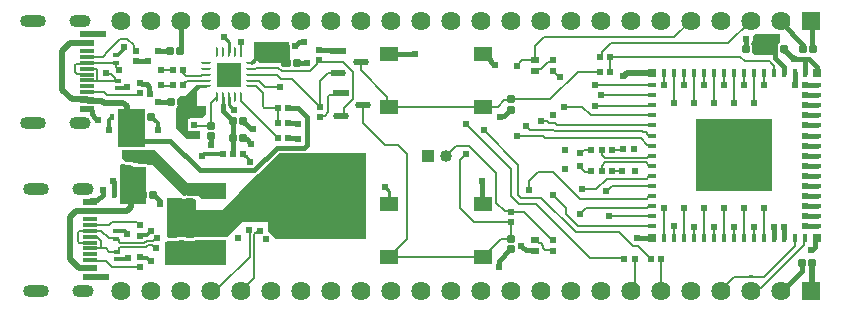
<source format=gtl>
G04*
G04 #@! TF.GenerationSoftware,Altium Limited,Altium Designer,25.8.1 (18)*
G04*
G04 Layer_Physical_Order=1*
G04 Layer_Color=255*
%FSLAX25Y25*%
%MOIN*%
G70*
G04*
G04 #@! TF.SameCoordinates,45636B8A-3915-4F7A-89EB-9D21C2A6E2F9*
G04*
G04*
G04 #@! TF.FilePolarity,Positive*
G04*
G01*
G75*
%ADD11C,0.00600*%
%ADD16R,0.00955X0.03306*%
G04:AMPARAMS|DCode=17|XSize=33.06mil|YSize=9.55mil|CornerRadius=4.77mil|HoleSize=0mil|Usage=FLASHONLY|Rotation=270.000|XOffset=0mil|YOffset=0mil|HoleType=Round|Shape=RoundedRectangle|*
%AMROUNDEDRECTD17*
21,1,0.03306,0.00000,0,0,270.0*
21,1,0.02351,0.00955,0,0,270.0*
1,1,0.00955,0.00000,-0.01176*
1,1,0.00955,0.00000,0.01176*
1,1,0.00955,0.00000,0.01176*
1,1,0.00955,0.00000,-0.01176*
%
%ADD17ROUNDEDRECTD17*%
G04:AMPARAMS|DCode=18|XSize=9.55mil|YSize=33.06mil|CornerRadius=4.77mil|HoleSize=0mil|Usage=FLASHONLY|Rotation=270.000|XOffset=0mil|YOffset=0mil|HoleType=Round|Shape=RoundedRectangle|*
%AMROUNDEDRECTD18*
21,1,0.00955,0.02351,0,0,270.0*
21,1,0.00000,0.03306,0,0,270.0*
1,1,0.00955,-0.01176,0.00000*
1,1,0.00955,-0.01176,0.00000*
1,1,0.00955,0.01176,0.00000*
1,1,0.00955,0.01176,0.00000*
%
%ADD18ROUNDEDRECTD18*%
%ADD19R,0.02362X0.02126*%
%ADD20R,0.06102X0.05118*%
G04:AMPARAMS|DCode=21|XSize=35.43mil|YSize=68.9mil|CornerRadius=1.95mil|HoleSize=0mil|Usage=FLASHONLY|Rotation=90.000|XOffset=0mil|YOffset=0mil|HoleType=Round|Shape=RoundedRectangle|*
%AMROUNDEDRECTD21*
21,1,0.03543,0.06500,0,0,90.0*
21,1,0.03154,0.06890,0,0,90.0*
1,1,0.00390,0.03250,0.01577*
1,1,0.00390,0.03250,-0.01577*
1,1,0.00390,-0.03250,-0.01577*
1,1,0.00390,-0.03250,0.01577*
%
%ADD21ROUNDEDRECTD21*%
G04:AMPARAMS|DCode=22|XSize=125.98mil|YSize=68.9mil|CornerRadius=2.07mil|HoleSize=0mil|Usage=FLASHONLY|Rotation=90.000|XOffset=0mil|YOffset=0mil|HoleType=Round|Shape=RoundedRectangle|*
%AMROUNDEDRECTD22*
21,1,0.12598,0.06476,0,0,90.0*
21,1,0.12185,0.06890,0,0,90.0*
1,1,0.00413,0.03238,0.06093*
1,1,0.00413,0.03238,-0.06093*
1,1,0.00413,-0.03238,-0.06093*
1,1,0.00413,-0.03238,0.06093*
%
%ADD22ROUNDEDRECTD22*%
%ADD23R,0.02362X0.01378*%
%ADD24R,0.02126X0.02362*%
%ADD25R,0.01378X0.02362*%
G04:AMPARAMS|DCode=26|XSize=23.62mil|YSize=26.38mil|CornerRadius=2.95mil|HoleSize=0mil|Usage=FLASHONLY|Rotation=180.000|XOffset=0mil|YOffset=0mil|HoleType=Round|Shape=RoundedRectangle|*
%AMROUNDEDRECTD26*
21,1,0.02362,0.02047,0,0,180.0*
21,1,0.01772,0.02638,0,0,180.0*
1,1,0.00591,-0.00886,0.01024*
1,1,0.00591,0.00886,0.01024*
1,1,0.00591,0.00886,-0.01024*
1,1,0.00591,-0.00886,-0.01024*
%
%ADD26ROUNDEDRECTD26*%
G04:AMPARAMS|DCode=27|XSize=53.43mil|YSize=22.53mil|CornerRadius=11.26mil|HoleSize=0mil|Usage=FLASHONLY|Rotation=0.000|XOffset=0mil|YOffset=0mil|HoleType=Round|Shape=RoundedRectangle|*
%AMROUNDEDRECTD27*
21,1,0.05343,0.00000,0,0,0.0*
21,1,0.03091,0.02253,0,0,0.0*
1,1,0.02253,0.01545,0.00000*
1,1,0.02253,-0.01545,0.00000*
1,1,0.02253,-0.01545,0.00000*
1,1,0.02253,0.01545,0.00000*
%
%ADD27ROUNDEDRECTD27*%
%ADD28R,0.05343X0.02253*%
G04:AMPARAMS|DCode=29|XSize=23.62mil|YSize=26.38mil|CornerRadius=2.95mil|HoleSize=0mil|Usage=FLASHONLY|Rotation=90.000|XOffset=0mil|YOffset=0mil|HoleType=Round|Shape=RoundedRectangle|*
%AMROUNDEDRECTD29*
21,1,0.02362,0.02047,0,0,90.0*
21,1,0.01772,0.02638,0,0,90.0*
1,1,0.00591,0.01024,0.00886*
1,1,0.00591,0.01024,-0.00886*
1,1,0.00591,-0.01024,-0.00886*
1,1,0.00591,-0.01024,0.00886*
%
%ADD29ROUNDEDRECTD29*%
%ADD30R,0.04528X0.02362*%
%ADD31R,0.04528X0.01181*%
%ADD32R,0.02756X0.02362*%
%ADD33R,0.01575X0.03150*%
%ADD34R,0.03150X0.01575*%
%ADD35R,0.03150X0.03150*%
%ADD36R,0.04724X0.04724*%
%ADD37R,0.08071X0.08071*%
G04:AMPARAMS|DCode=53|XSize=39.37mil|YSize=86.61mil|CornerRadius=19.68mil|HoleSize=0mil|Usage=FLASHONLY|Rotation=270.000|XOffset=0mil|YOffset=0mil|HoleType=Round|Shape=RoundedRectangle|*
%AMROUNDEDRECTD53*
21,1,0.03937,0.04724,0,0,270.0*
21,1,0.00000,0.08661,0,0,270.0*
1,1,0.03937,-0.02362,0.00000*
1,1,0.03937,-0.02362,0.00000*
1,1,0.03937,0.02362,0.00000*
1,1,0.03937,0.02362,0.00000*
%
%ADD53ROUNDEDRECTD53*%
G04:AMPARAMS|DCode=54|XSize=39.37mil|YSize=70.87mil|CornerRadius=19.68mil|HoleSize=0mil|Usage=FLASHONLY|Rotation=270.000|XOffset=0mil|YOffset=0mil|HoleType=Round|Shape=RoundedRectangle|*
%AMROUNDEDRECTD54*
21,1,0.03937,0.03150,0,0,270.0*
21,1,0.00000,0.07087,0,0,270.0*
1,1,0.03937,-0.01575,0.00000*
1,1,0.03937,-0.01575,0.00000*
1,1,0.03937,0.01575,0.00000*
1,1,0.03937,0.01575,0.00000*
%
%ADD54ROUNDEDRECTD54*%
%ADD58C,0.01000*%
%ADD59R,0.01575X0.01575*%
%ADD60C,0.01200*%
%ADD61C,0.01001*%
%ADD62C,0.00603*%
%ADD63C,0.01500*%
%ADD64C,0.02000*%
%ADD65C,0.01001*%
%ADD66R,0.04000X0.04000*%
%ADD67C,0.04000*%
%ADD68R,0.04000X0.04000*%
%ADD69C,0.06400*%
%ADD70R,0.06400X0.06400*%
%ADD71C,0.02400*%
G36*
X254900Y87758D02*
X254829Y87744D01*
X254401Y87458D01*
X254115Y87029D01*
X254014Y86524D01*
Y84476D01*
X253251Y83600D01*
X246249D01*
X245486Y84476D01*
Y86524D01*
X245386Y87029D01*
X245174Y87345D01*
Y87563D01*
X245365Y87754D01*
X245700Y88562D01*
Y89438D01*
X246384Y90400D01*
X254900D01*
Y87758D01*
D02*
G37*
G36*
X91138Y84319D02*
X91500D01*
Y79507D01*
X89199D01*
X88500Y80206D01*
Y81000D01*
X81500D01*
X79500Y83000D01*
Y88000D01*
X91138D01*
Y84319D01*
D02*
G37*
G36*
X60500Y72586D02*
Y66500D01*
X63471D01*
Y63971D01*
X62000Y62500D01*
X58000D01*
Y62264D01*
X57319D01*
Y58138D01*
X61500D01*
Y55500D01*
X57000D01*
X53500Y59000D01*
Y65976D01*
X53599Y66043D01*
X53886Y66471D01*
X53986Y66976D01*
Y69024D01*
X54648Y69952D01*
X54734Y70000D01*
X56500D01*
X59500Y73000D01*
X60500Y72586D01*
D02*
G37*
G36*
X43000Y53020D02*
X35500D01*
X35401Y53000D01*
X34000D01*
Y65500D01*
X43000D01*
Y53020D01*
D02*
G37*
G36*
X252000Y38200D02*
X226800D01*
Y62300D01*
X252000D01*
Y38200D01*
D02*
G37*
G36*
X57500Y41000D02*
X70000D01*
Y35500D01*
X62000D01*
X61000Y36500D01*
X59776D01*
X59529Y36665D01*
X59024Y36766D01*
X56976D01*
X56471Y36665D01*
X56224Y36500D01*
X56000D01*
X45500Y47000D01*
X39359Y47384D01*
X39342Y47401D01*
X38658Y47796D01*
X37895Y48000D01*
X37105D01*
X36905Y47946D01*
X35500Y49000D01*
Y52000D01*
X46500D01*
X57500Y41000D01*
D02*
G37*
G36*
X36257Y47158D02*
X36293Y47131D01*
X36349Y47104D01*
X36395Y47063D01*
X36527Y47019D01*
X36652Y46959D01*
X36713Y46955D01*
X36772Y46935D01*
X36910Y46945D01*
X37049Y46937D01*
X37107Y46957D01*
X37169Y46962D01*
X37239Y46980D01*
X37473D01*
X38106Y46888D01*
X38264Y46845D01*
X38832Y46518D01*
X38856Y46509D01*
X38911Y46468D01*
X38942Y46460D01*
X38969Y46442D01*
X39133Y46409D01*
X39295Y46366D01*
X43459Y46106D01*
X43500Y46100D01*
Y34000D01*
X34600D01*
Y40821D01*
X34700Y41062D01*
Y41938D01*
X34600Y42179D01*
Y47018D01*
X34978Y47345D01*
X36257Y47158D01*
D02*
G37*
G36*
X116800Y22100D02*
X86900D01*
X84000Y25000D01*
Y28000D01*
X75500D01*
X70450Y22950D01*
X70100Y23020D01*
X60024D01*
X59925Y23000D01*
X59825D01*
X59732Y22962D01*
X59634Y22942D01*
X59550Y22886D01*
X59457Y22848D01*
X59386Y22777D01*
X59303Y22721D01*
X59265Y22664D01*
X59131Y22575D01*
X58923Y22534D01*
X57077D01*
X56869Y22575D01*
X56735Y22664D01*
X56697Y22721D01*
X56614Y22777D01*
X56543Y22848D01*
X56450Y22886D01*
X56366Y22942D01*
X56268Y22962D01*
X56175Y23000D01*
X56075D01*
X55976Y23020D01*
X54524D01*
X54425Y23000D01*
X54325D01*
X54232Y22962D01*
X54134Y22942D01*
X54050Y22886D01*
X53957Y22848D01*
X53886Y22777D01*
X53803Y22721D01*
X53765Y22664D01*
X53631Y22575D01*
X53423Y22534D01*
X51577D01*
X51302Y22588D01*
X51252Y22619D01*
X51173Y22631D01*
X51099Y22662D01*
X51000D01*
X50933Y22669D01*
X50859Y22681D01*
X50597Y22934D01*
X50552Y23002D01*
X50500Y23120D01*
Y35800D01*
X55258D01*
X55279Y35779D01*
X55610Y35558D01*
X56000Y35480D01*
X56224D01*
X56322Y35500D01*
X56423D01*
X56516Y35538D01*
X56614Y35558D01*
X56698Y35614D01*
X56791Y35652D01*
X56869Y35705D01*
X57077Y35746D01*
X58923D01*
X59131Y35705D01*
X59210Y35652D01*
X59302Y35614D01*
X59386Y35558D01*
X59484Y35538D01*
X59577Y35500D01*
X59635D01*
X60000Y35033D01*
Y32000D01*
X69127D01*
X80056Y43376D01*
X80183Y43402D01*
X80762Y43788D01*
X82637Y45663D01*
X86387Y49413D01*
X87739Y50766D01*
X96171D01*
X96854Y50902D01*
X97001Y51000D01*
X116800D01*
Y22100D01*
D02*
G37*
G36*
X70100Y13441D02*
X70000Y13400D01*
X49900D01*
Y21200D01*
X50900Y21662D01*
X50971Y21614D01*
X51476Y21514D01*
X53524D01*
X54029Y21614D01*
X54457Y21901D01*
X54524Y22000D01*
X55976D01*
X56042Y21901D01*
X56471Y21614D01*
X56976Y21514D01*
X59024D01*
X59529Y21614D01*
X59957Y21901D01*
X60024Y22000D01*
X70100D01*
Y13441D01*
D02*
G37*
D11*
X173000Y81870D02*
Y86500D01*
X176000Y89500D02*
X219500D01*
X173000Y86500D02*
X176000Y89500D01*
X164657Y31544D02*
X165000Y31201D01*
X162978Y31544D02*
X164657D01*
X160201Y34320D02*
X162978Y31544D01*
X101000Y81799D02*
X101563Y81236D01*
X100319D02*
X100882Y81799D01*
X101000D01*
X100319Y80501D02*
Y81236D01*
X97999Y78181D02*
X100319Y80501D01*
X101563Y81236D02*
X109043D01*
X40233Y70100D02*
X40369Y70236D01*
X40937D02*
X41500Y70799D01*
X30500Y70100D02*
X40233D01*
X40369Y70236D02*
X40937D01*
X29398Y71102D02*
X30400Y70100D01*
X30500D01*
X78232Y54268D02*
X78500Y54000D01*
X86736Y56681D02*
X87299Y56118D01*
Y56000D02*
Y56118D01*
X86735Y56681D02*
X86736D01*
X74960Y68306D02*
X75035Y68230D01*
X75186D02*
X86735Y56681D01*
X75035Y68230D02*
X75186D01*
X179118Y78299D02*
X179681Y77736D01*
X179000Y78299D02*
X179118D01*
X180831Y76468D02*
X181232D01*
X179681Y77618D02*
Y77736D01*
Y77618D02*
X180831Y76468D01*
X181232D02*
X181500Y76200D01*
X107829Y70312D02*
X108258Y70740D01*
X104767Y70312D02*
X107829D01*
X104181Y64517D02*
Y69726D01*
X104767Y70312D01*
X109369Y63838D02*
Y65886D01*
X112429Y68946D01*
X108791Y63260D02*
X109369Y63838D01*
X108258Y63260D02*
X108791D01*
X173500Y34000D02*
X191517Y15983D01*
X165400Y36172D02*
Y36200D01*
X165100Y36500D02*
X165400Y36200D01*
Y36172D02*
X167572Y34000D01*
X173500D01*
X165100Y36500D02*
Y45400D01*
X150000Y60500D02*
X165100Y45400D01*
X167400Y37000D02*
Y46918D01*
X155909Y58409D02*
X167400Y46918D01*
X168400Y36000D02*
X175172D01*
X167400Y37000D02*
X168400Y36000D01*
X177182Y61500D02*
X177882Y60800D01*
X179710D02*
X180471Y60039D01*
X177882Y60800D02*
X179710D01*
X188900Y66100D02*
X191614Y63386D01*
X182900Y66100D02*
X188900D01*
X211934Y70089D02*
X211945Y70079D01*
X195000Y70100D02*
X195011Y70089D01*
X211934D01*
X175000Y61500D02*
X177182D01*
X180471Y60039D02*
X211945D01*
X191614Y63386D02*
X211945D01*
X179183Y58498D02*
X179642Y58039D01*
X210098Y57752D02*
X210870Y56980D01*
X179642Y58039D02*
X208943D01*
X209231Y57752D01*
X210098D01*
X171502Y58498D02*
X179183D01*
X211658Y56980D02*
X211945Y56693D01*
X210870Y56980D02*
X211658D01*
X170000Y60000D02*
X171502Y58498D01*
X103027Y63362D02*
X104181Y64517D01*
X101500Y62799D02*
X102063Y63362D01*
X103027D01*
X83379Y86500D02*
X83500D01*
X81945Y85066D02*
X83379Y86500D01*
X81566Y85066D02*
X81945D01*
X83500Y86500D02*
X90280D01*
X146700Y53200D02*
X151118D01*
X160201Y34320D02*
Y44118D01*
X143500Y50000D02*
X146700Y53200D01*
X151118D02*
X160201Y44118D01*
X178882Y21701D02*
X179000D01*
X169382Y31201D02*
X178882Y21701D01*
X165000Y31201D02*
X169382D01*
X178835Y18464D02*
X179000Y18299D01*
X173000Y21870D02*
X173197D01*
X174256Y20811D01*
X176464Y18464D02*
X178835D01*
X174256Y20811D02*
X174999D01*
X175878Y19932D01*
Y19050D02*
X176464Y18464D01*
X175878Y19050D02*
Y19932D01*
X74960Y84564D02*
Y87000D01*
Y87960D01*
X74937Y84541D02*
X74960Y84564D01*
Y87960D02*
X75000Y88000D01*
X78541Y73063D02*
X80236D01*
X82302Y73698D02*
X83000Y73000D01*
X80968Y75032D02*
X82302Y73698D01*
X78541Y75032D02*
X80968D01*
X78541Y78969D02*
X79672D01*
X80063Y79360D01*
X82302Y66586D02*
X82888Y66000D01*
X82302Y66586D02*
Y70997D01*
X80236Y73063D02*
X82302Y70997D01*
X65000Y67396D02*
X67063Y69459D01*
X175673Y56498D02*
X176420Y55752D01*
X166998Y56498D02*
X175673D01*
X176420Y55752D02*
X208402D01*
X210520Y53634D02*
X211658D01*
X211945Y53347D01*
X208402Y55752D02*
X210520Y53634D01*
X202416Y15983D02*
X202899Y15500D01*
X191517Y15983D02*
X202416D01*
X23764Y71102D02*
X29398D01*
X30819Y84842D02*
Y84869D01*
X31698Y85748D02*
X31725D01*
X28981Y83004D02*
X30819Y84842D01*
X31725Y85748D02*
X34882Y88905D01*
X23854Y83004D02*
X28981D01*
X30819Y84869D02*
X31698Y85748D01*
X34882Y88905D02*
X37118D01*
X39319Y85563D02*
Y86704D01*
X37118Y88905D02*
X39319Y86704D01*
X39882Y85000D02*
X40000D01*
X39319Y85563D02*
X39882Y85000D01*
X23764Y82913D02*
X23854Y83004D01*
X171000Y41500D02*
X174000Y44500D01*
X171000Y38700D02*
Y41500D01*
X179000Y37000D02*
X183346Y32653D01*
Y30654D02*
X187425Y26575D01*
X183346Y30654D02*
Y32653D01*
X198839Y39961D02*
X211945D01*
X197134Y38255D02*
X198839Y39961D01*
X196755Y38255D02*
X197134D01*
X193409Y38728D02*
X196930Y42248D01*
X188591Y38728D02*
X193409D01*
X31500Y13500D02*
X32201Y12799D01*
X41500D01*
X190121Y32621D02*
X210511D01*
X211157Y33268D01*
X187945Y35555D02*
X210284D01*
X179000Y44500D02*
X187945Y35555D01*
X210870Y36141D02*
Y36327D01*
X210284Y35555D02*
X210870Y36141D01*
X196930Y42248D02*
X210284D01*
X210870Y42834D01*
Y43020D01*
X211157Y43307D01*
X211945D01*
X211157Y36614D02*
X211945D01*
X210870Y36327D02*
X211157Y36614D01*
X188000Y30500D02*
X190121Y32621D01*
X211157Y33268D02*
X211945D01*
X29979Y15021D02*
X31500Y13500D01*
X27008Y15021D02*
X29979D01*
X24764Y15118D02*
X24854Y15028D01*
X27002D01*
X27008Y15021D01*
X41382Y26701D02*
X41500D01*
X40819Y27264D02*
X41382Y26701D01*
X40819Y27264D02*
Y27382D01*
X40201Y28000D02*
X40819Y27382D01*
X32000Y28000D02*
X40201D01*
X30929Y26929D02*
X32000Y28000D01*
X24764Y26929D02*
X30929D01*
X148000Y48500D02*
X150000Y50500D01*
X148000Y32500D02*
Y48500D01*
Y32500D02*
X152701Y27799D01*
X165000D01*
X123000Y53500D02*
X127500D01*
X130500Y50500D01*
X126902Y18693D02*
X130500Y22291D01*
Y50500D01*
X165000Y22220D02*
Y27799D01*
X161728Y22220D02*
X165000D01*
X158201Y18693D02*
X161728Y22220D01*
X158201Y18201D02*
Y18693D01*
X156142Y16142D02*
X158201Y18201D01*
X155650Y16142D02*
X156142D01*
X124350D02*
X155650D01*
X124350D02*
X124843D01*
X126902Y18201D01*
Y18693D01*
X115742Y60758D02*
X123000Y53500D01*
X115742Y60758D02*
Y67000D01*
X187500Y78000D02*
X194799D01*
X178220Y68721D02*
X187500Y78000D01*
X165000Y68721D02*
X178220D01*
X155650Y66142D02*
X160642D01*
X162886Y68386D01*
X164666D01*
X165000Y68721D01*
X124350Y66142D02*
X155650D01*
X123885Y66607D02*
X124350Y66142D01*
X123885Y66607D02*
Y69615D01*
X114985Y78515D02*
X123885Y69615D01*
X114985Y78515D02*
Y81260D01*
X104020Y77520D02*
X107500D01*
X101500Y75000D02*
X104020Y77520D01*
X101500Y66201D02*
Y75000D01*
X83000Y73000D02*
X88000D01*
X101382Y66201D02*
X101500D01*
X100819Y66764D02*
X101382Y66201D01*
X100819Y66764D02*
Y66882D01*
X92001Y75700D02*
X100819Y66882D01*
X88303Y75700D02*
X92001D01*
X87003Y77000D02*
X88303Y75700D01*
X78541Y77000D02*
X87003D01*
X87471Y79360D02*
X88650Y78181D01*
X97999D01*
X80063Y79360D02*
X87471D01*
X82888Y66000D02*
X87299D01*
Y61000D02*
Y66118D01*
X109043Y81236D02*
X112429Y77850D01*
Y68946D02*
Y77850D01*
X252702Y77746D02*
X252890Y77559D01*
X251831Y80727D02*
X252702Y79855D01*
X251831Y80727D02*
Y80792D01*
X252702Y77746D02*
Y79855D01*
X251245Y81378D02*
X251831Y80792D01*
X242954Y81378D02*
X251245D01*
X241331Y83000D02*
X242954Y81378D01*
X198201Y83000D02*
X241331D01*
X198201Y78000D02*
Y83000D01*
X237500Y87500D02*
X245000Y95000D01*
X198335Y87500D02*
X237500D01*
X195638Y84802D02*
X198335Y87500D01*
X195362Y83563D02*
Y84527D01*
X195638Y84802D01*
Y84802D01*
X194799Y83000D02*
X195362Y83563D01*
X59500Y60201D02*
X59760Y59941D01*
X65000D01*
Y67396D01*
X215000Y5000D02*
X215001Y5001D01*
Y15500D01*
X205000Y5000D02*
Y6461D01*
X206301Y7762D01*
Y15500D01*
X201107Y24575D02*
X205882Y19800D01*
X207299D02*
X211599Y15500D01*
X205882Y19800D02*
X207299D01*
X186597Y24575D02*
X201107D01*
X175172Y36000D02*
X186597Y24575D01*
X193000Y73500D02*
X211870D01*
X211945Y73425D01*
X211713Y66500D02*
X211945Y66732D01*
X193000Y66500D02*
X211713D01*
X219500Y89500D02*
X225000Y95000D01*
X175146Y78811D02*
X177473Y81138D01*
X178437D01*
X179000Y81701D01*
X173681Y78811D02*
X175146D01*
X173000Y78130D02*
X173681Y78811D01*
X167000Y80000D02*
X168870Y81870D01*
X173000D01*
X174000Y44500D02*
X179000D01*
X187425Y26575D02*
X211945D01*
X197579Y29921D02*
X211945D01*
X219425Y22441D02*
Y26346D01*
Y26425D02*
X219500Y26500D01*
X239892Y9515D02*
X244816Y9696D01*
X239500Y9500D02*
X239892Y9515D01*
X239222Y9222D02*
X239500Y9500D01*
X235000Y5000D02*
X239222Y9222D01*
X245293Y9691D02*
X246158Y9637D01*
X246637D02*
X246646Y9646D01*
X249317D02*
X259583Y19911D01*
X246646Y9646D02*
X249317D01*
X246158Y9637D02*
X246637D01*
X259583Y19911D02*
Y22441D01*
X248533Y6033D02*
X262642Y20142D01*
X245000Y5000D02*
X246033Y6033D01*
X248533D01*
X262642Y20142D02*
Y22153D01*
X262929Y22441D01*
X246197Y67504D02*
Y77559D01*
X216079Y73650D02*
Y77559D01*
Y22441D02*
Y32496D01*
X246197Y22441D02*
Y26350D01*
X249543Y22441D02*
Y32496D01*
X239504Y22441D02*
Y26350D01*
X242850Y22441D02*
Y32496D01*
X232811Y22441D02*
Y26350D01*
X236157Y22441D02*
Y32496D01*
X226118Y22441D02*
Y26350D01*
X229465Y22441D02*
Y32496D01*
X222772Y22441D02*
Y32496D01*
Y73650D02*
Y77559D01*
X219425Y67504D02*
Y77559D01*
X229465Y73650D02*
Y77559D01*
X226118Y67504D02*
Y77559D01*
X236157Y73650D02*
Y77559D01*
X232811Y67504D02*
Y77559D01*
X239500Y67500D02*
X239504Y67504D01*
Y77559D01*
X242850Y73650D02*
Y77559D01*
X249500Y73500D02*
Y77516D01*
X249543Y77559D01*
D16*
X74937Y84541D02*
D03*
D17*
X72969D02*
D03*
X69032D02*
D03*
X67063D02*
D03*
X69032Y69459D02*
D03*
X72969D02*
D03*
X74937D02*
D03*
X67063D02*
D03*
X71000D02*
D03*
Y84541D02*
D03*
D18*
X63459Y80937D02*
D03*
Y78969D02*
D03*
Y73063D02*
D03*
X78541D02*
D03*
Y75032D02*
D03*
Y77000D02*
D03*
Y78969D02*
D03*
Y80937D02*
D03*
X63459Y77000D02*
D03*
Y75032D02*
D03*
D19*
X179000Y81701D02*
D03*
Y78299D02*
D03*
X41500Y23299D02*
D03*
Y26701D02*
D03*
X40000Y85000D02*
D03*
Y81598D02*
D03*
X101500Y62799D02*
D03*
Y66201D02*
D03*
X179000Y18299D02*
D03*
Y21701D02*
D03*
X165000Y27799D02*
D03*
Y31201D02*
D03*
X101000Y81799D02*
D03*
Y85201D02*
D03*
X41500Y12799D02*
D03*
Y16201D02*
D03*
Y70799D02*
D03*
Y74201D02*
D03*
X59500Y56799D02*
D03*
Y60201D02*
D03*
D20*
X124350Y66142D02*
D03*
X155650D02*
D03*
Y83858D02*
D03*
X124350D02*
D03*
Y16142D02*
D03*
X155650D02*
D03*
Y33858D02*
D03*
X124350D02*
D03*
D21*
X65697Y38055D02*
D03*
Y19800D02*
D03*
Y29000D02*
D03*
D22*
X90303D02*
D03*
D23*
X33700Y15441D02*
D03*
Y18000D02*
D03*
X34000Y75000D02*
D03*
Y72441D02*
D03*
X33500Y24759D02*
D03*
Y22200D02*
D03*
Y81000D02*
D03*
Y83559D02*
D03*
D24*
X90701Y66000D02*
D03*
X87299D02*
D03*
Y61000D02*
D03*
X90701D02*
D03*
X198201Y83000D02*
D03*
X194799D02*
D03*
X195299Y44800D02*
D03*
X198701D02*
D03*
X52299Y78500D02*
D03*
X55701D02*
D03*
X195301Y44800D02*
D03*
X191899D02*
D03*
X195301Y52000D02*
D03*
X191899D02*
D03*
X87299Y56000D02*
D03*
X90701D02*
D03*
X52299Y73500D02*
D03*
X55701D02*
D03*
X211599Y15500D02*
D03*
X215001D02*
D03*
X72501Y50500D02*
D03*
X69099D02*
D03*
X195299Y52000D02*
D03*
X198701D02*
D03*
X198201Y78000D02*
D03*
X194799D02*
D03*
X89799Y86500D02*
D03*
X93201D02*
D03*
X202899Y15500D02*
D03*
X206301D02*
D03*
X72500Y50500D02*
D03*
X75902D02*
D03*
D25*
X32721Y37000D02*
D03*
X35280D02*
D03*
X34780Y63000D02*
D03*
X32221D02*
D03*
D26*
X72280Y61500D02*
D03*
X75721D02*
D03*
X45720Y37000D02*
D03*
X42279D02*
D03*
X72280Y56000D02*
D03*
X75721D02*
D03*
X55221Y68000D02*
D03*
X51780D02*
D03*
X41780Y63000D02*
D03*
X45221D02*
D03*
X54720Y85000D02*
D03*
X51279D02*
D03*
X90280Y81000D02*
D03*
X93721D02*
D03*
X252780Y85500D02*
D03*
X246721D02*
D03*
X262280D02*
D03*
X265500Y14200D02*
D03*
X265721Y85500D02*
D03*
X256221D02*
D03*
X243280D02*
D03*
X262059Y14200D02*
D03*
D27*
X115742Y67000D02*
D03*
X108258Y63260D02*
D03*
X114985Y81260D02*
D03*
X107500Y77520D02*
D03*
D28*
X108258Y70740D02*
D03*
X107500Y85000D02*
D03*
D29*
X58000Y38000D02*
D03*
Y34559D02*
D03*
X165000Y22220D02*
D03*
Y18779D02*
D03*
X52500Y20279D02*
D03*
Y23720D02*
D03*
X65000Y59941D02*
D03*
Y56500D02*
D03*
X58000Y20279D02*
D03*
Y23720D02*
D03*
X165000Y68721D02*
D03*
Y65280D02*
D03*
D30*
X23764Y87441D02*
D03*
Y68543D02*
D03*
Y65394D02*
D03*
Y90591D02*
D03*
X24764Y34606D02*
D03*
Y9409D02*
D03*
Y31457D02*
D03*
Y12559D02*
D03*
D31*
X23764Y71102D02*
D03*
Y73071D02*
D03*
Y82913D02*
D03*
Y84882D02*
D03*
Y78976D02*
D03*
Y75039D02*
D03*
Y80945D02*
D03*
Y77008D02*
D03*
X24764Y15118D02*
D03*
Y26929D02*
D03*
Y24961D02*
D03*
Y21024D02*
D03*
Y22992D02*
D03*
Y19055D02*
D03*
Y17087D02*
D03*
Y28898D02*
D03*
D32*
X173000Y21870D02*
D03*
Y18130D02*
D03*
Y81870D02*
D03*
Y78130D02*
D03*
D33*
X256236Y77559D02*
D03*
X252890D02*
D03*
X249543D02*
D03*
X246197D02*
D03*
X242850D02*
D03*
X239504D02*
D03*
X236157D02*
D03*
X232811D02*
D03*
X229465D02*
D03*
X226118D02*
D03*
X222772D02*
D03*
X219425D02*
D03*
X216079D02*
D03*
Y22441D02*
D03*
X219425D02*
D03*
X222772D02*
D03*
X226118D02*
D03*
X229465D02*
D03*
X232811D02*
D03*
X236157D02*
D03*
X239504D02*
D03*
X242850D02*
D03*
X246197D02*
D03*
X249543D02*
D03*
X259583D02*
D03*
X262929D02*
D03*
X252890D02*
D03*
X256236D02*
D03*
X259583Y77559D02*
D03*
X262929D02*
D03*
D34*
X211945Y73425D02*
D03*
Y70079D02*
D03*
Y66732D02*
D03*
Y63386D02*
D03*
Y60039D02*
D03*
Y56693D02*
D03*
Y53347D02*
D03*
Y50000D02*
D03*
Y46654D02*
D03*
Y43307D02*
D03*
Y39961D02*
D03*
Y36614D02*
D03*
Y33268D02*
D03*
Y29921D02*
D03*
Y26575D02*
D03*
X267063Y29921D02*
D03*
Y26575D02*
D03*
Y33268D02*
D03*
Y39961D02*
D03*
Y36614D02*
D03*
Y43307D02*
D03*
Y50000D02*
D03*
Y46654D02*
D03*
Y53347D02*
D03*
Y60039D02*
D03*
Y56693D02*
D03*
Y63386D02*
D03*
Y70079D02*
D03*
Y66732D02*
D03*
Y73425D02*
D03*
D35*
X211945Y22441D02*
D03*
X267063D02*
D03*
X211945Y77559D02*
D03*
X267063D02*
D03*
D36*
X233008Y43504D02*
D03*
X239504Y50000D02*
D03*
X233008D02*
D03*
X239504Y43504D02*
D03*
X246000D02*
D03*
Y50000D02*
D03*
X239504Y56496D02*
D03*
X233008D02*
D03*
D37*
X71000Y77000D02*
D03*
D53*
X5752Y60984D02*
D03*
Y95000D02*
D03*
X6752Y5000D02*
D03*
Y39016D02*
D03*
D54*
X21500Y60984D02*
D03*
Y95000D02*
D03*
X22500Y5000D02*
D03*
Y39016D02*
D03*
D58*
X245293Y9691D02*
G03*
X244816Y9696I-293J-4691D01*
G01*
D59*
X246000Y56496D02*
D03*
D60*
X68729Y50500D02*
X69099D01*
X62325Y50000D02*
X62732Y50407D01*
X62000Y50000D02*
X62325D01*
X68636Y50407D02*
X68729Y50500D01*
X62732Y50407D02*
X68636D01*
X42073Y16016D02*
Y16326D01*
Y16016D02*
X42081Y16008D01*
X43697D01*
X44705Y15000D01*
X36405Y72530D02*
X36675Y72800D01*
X34089Y72530D02*
X36405D01*
X34000Y72441D02*
X34089Y72530D01*
X36675Y72800D02*
X37000D01*
X31000Y61716D02*
X31703Y62419D01*
X32221Y62508D02*
Y63000D01*
X31000Y58583D02*
Y61716D01*
X32131Y62419D02*
X32221Y62508D01*
X31703Y62419D02*
X32131D01*
X45221Y62862D02*
X47270Y60812D01*
Y58730D02*
Y60812D01*
X45221Y62862D02*
Y63000D01*
X41780D02*
X42000D01*
X37500D02*
X41780D01*
X37500Y45000D02*
X42279Y40220D01*
Y37000D02*
Y40220D01*
X65472Y38028D02*
X65500Y38000D01*
X58028Y38028D02*
X65472D01*
X58000Y38000D02*
X58028Y38028D01*
X57862Y38000D02*
X58000D01*
X45862Y50000D02*
X57862Y38000D01*
X37500Y50000D02*
X45862D01*
X47270Y58730D02*
X47500Y58500D01*
X34780Y63000D02*
X37500D01*
X33511Y83559D02*
X33992D01*
X35770Y85337D01*
Y85975D02*
X36000Y86204D01*
X35770Y85337D02*
Y85975D01*
X43902Y81598D02*
X44100Y81400D01*
X44705Y15000D02*
X45000D01*
X43594Y23594D02*
X45000Y25000D01*
X41795Y23594D02*
X43594D01*
X41500Y23299D02*
X41795Y23594D01*
X33700Y15441D02*
X36616D01*
X37175Y16000D02*
X37500D01*
X36616Y15441D02*
X37175Y16000D01*
X36241Y24759D02*
X37000Y24000D01*
X33500Y24759D02*
X36241D01*
X38780Y37000D02*
X42279D01*
X35280D02*
X38780D01*
D61*
X76582Y49819D02*
X77732Y48669D01*
X75902Y50382D02*
Y50500D01*
Y50382D02*
X76464Y49819D01*
X76582D01*
X77732Y48268D02*
Y48669D01*
Y48268D02*
X78000Y48000D01*
X78732Y59268D02*
X78828Y59172D01*
X60500Y72939D02*
X60624Y73063D01*
X63459D01*
X80052Y82448D02*
X82302D01*
X78541Y80937D02*
X80052Y82448D01*
X71000Y67000D02*
X72732Y65268D01*
X69000Y67000D02*
X69032Y67032D01*
X71000Y67000D02*
Y69459D01*
X69032Y67032D02*
Y69459D01*
X78828Y59172D02*
X79000Y59000D01*
D62*
X34733Y20901D02*
X42904D01*
X45719Y21601D02*
X46596Y22479D01*
X43485Y19499D02*
X44185Y20199D01*
X34733Y19499D02*
X43485D01*
X46247Y19300D02*
X46600D01*
X42904Y20901D02*
X43604Y21601D01*
X46596Y22479D02*
X46970D01*
X44185Y20199D02*
X45348D01*
X43604Y21601D02*
X45719D01*
X45348Y20199D02*
X46247Y19300D01*
X30500Y77340D02*
X31661D01*
X30344D02*
X30500D01*
X30000Y77683D02*
X30344Y77340D01*
X31661D02*
X33120Y75880D01*
X27000Y75000D02*
X30500D01*
X33508D01*
X34000D01*
X55701Y73500D02*
Y73618D01*
X57232Y75032D02*
X63459D01*
X55701Y73618D02*
X56462Y74380D01*
X56580D01*
X57232Y75032D01*
X51299Y73500D02*
X52299D01*
X55701Y77500D02*
Y78500D01*
Y77500D02*
X56766Y76434D01*
X48500Y78500D02*
X52299D01*
X48844Y73156D02*
X50282D01*
X50332Y73107D02*
X50906D01*
X51299Y73500D01*
X50282Y73156D02*
X50332Y73107D01*
X48500Y73500D02*
X48844Y73156D01*
X33120Y75388D02*
Y75880D01*
Y75388D02*
X33508Y75000D01*
X77957Y16245D02*
Y23715D01*
X67822Y6109D02*
X77957Y16245D01*
X65000Y5000D02*
X66109Y6109D01*
X67822D01*
X79361Y9360D02*
Y23706D01*
X75000Y5000D02*
X79361Y9360D01*
X77700Y25300D02*
X77922Y25078D01*
X80311Y24656D02*
X81056D01*
X77922Y23751D02*
Y25078D01*
X79361Y23706D02*
X80311Y24656D01*
X77922Y23751D02*
X77957Y23715D01*
X202000Y52000D02*
X202300Y52300D01*
X198701Y52000D02*
X202000D01*
X195432Y50268D02*
Y51867D01*
X195299Y52000D02*
X195432Y51867D01*
Y50268D02*
X196500Y49200D01*
X188252Y51000D02*
X189252Y52000D01*
X191899D01*
X188000Y51000D02*
X188252D01*
X33300Y22400D02*
X33500Y22200D01*
X31100Y22400D02*
X33300D01*
X33992Y22200D02*
X34380Y21813D01*
X33500Y22200D02*
X33992D01*
X21361Y24961D02*
X24764D01*
X20800Y24400D02*
X21361Y24961D01*
X28539D02*
X31100Y22400D01*
X24764Y24961D02*
X28539D01*
X34380Y21255D02*
Y21813D01*
Y21255D02*
X34733Y20901D01*
X20800Y21453D02*
Y24400D01*
X21230Y21024D02*
X24764D01*
X20800Y21453D02*
X21230Y21024D01*
X196500Y49200D02*
X210357D01*
X20009Y80656D02*
X23475D01*
X19656Y80303D02*
X20009Y80656D01*
X20315Y77297D02*
X23475D01*
X19656Y77956D02*
X20315Y77297D01*
X19656Y77956D02*
Y80303D01*
X23475Y77297D02*
X23764Y77008D01*
X23475Y80656D02*
X23764Y80945D01*
X56766Y76434D02*
X61754D01*
X62319Y77000D02*
X63459D01*
X61754Y76434D02*
X62319Y77000D01*
X23764Y78976D02*
X26647D01*
X27000Y78623D01*
Y75000D02*
Y78623D01*
X23803Y75000D02*
X27000D01*
X33500Y79683D02*
Y81000D01*
Y79683D02*
X34500Y78683D01*
X23791Y80972D02*
X33472D01*
X33500Y81000D01*
X23764Y80945D02*
X23791Y80972D01*
X188000Y46352D02*
Y46506D01*
Y46352D02*
X189752Y44600D01*
X192099D01*
X28300Y19055D02*
Y21617D01*
X27214Y22703D02*
X28300Y21617D01*
X25053Y22703D02*
X27214D01*
X24764Y22992D02*
X25053Y22703D01*
X28300Y19055D02*
X29945D01*
X31100Y17900D02*
X33892D01*
X29945Y19055D02*
X31100Y17900D01*
X24764Y19055D02*
X28300D01*
X81056Y24656D02*
X81400Y25000D01*
X33892Y17900D02*
X34380Y18387D01*
Y19145D02*
X34733Y19499D01*
X34380Y18387D02*
Y19145D01*
X198701Y44800D02*
X202100D01*
X195299Y46682D02*
X196414Y47797D01*
X195299Y44800D02*
Y46682D01*
X196414Y47797D02*
X210014D01*
X210357Y49200D02*
X211157Y50000D01*
X210014Y47797D02*
X211157Y46654D01*
X211945D01*
X211157Y50000D02*
X211945D01*
D63*
X43621Y73896D02*
X44499Y73017D01*
Y71227D02*
X44881Y70846D01*
Y70602D02*
Y70846D01*
X44499Y71227D02*
Y73017D01*
X78048Y59172D02*
X78828D01*
X72280Y56000D02*
Y61500D01*
Y56000D02*
X72500Y55779D01*
Y50500D02*
Y55779D01*
X75721Y55862D02*
X76152Y55431D01*
X77069D02*
X78232Y54268D01*
X76152Y55431D02*
X77069D01*
X75721Y55862D02*
Y56000D01*
X76152Y60931D02*
X76289D01*
X75721Y61362D02*
X76152Y60931D01*
X76289D02*
X78048Y59172D01*
X75721Y61362D02*
Y61500D01*
X79500Y45050D02*
X87000Y52550D01*
X93201Y86618D02*
X94411Y87828D01*
X95828D01*
X96000Y88000D01*
X87000Y52550D02*
X96171D01*
X97050Y53429D02*
Y62950D01*
X96171Y52550D02*
X97050Y53429D01*
X94000Y66000D02*
X97050Y62950D01*
X61450Y45050D02*
X79500D01*
X55000Y85280D02*
Y95000D01*
X54720Y85000D02*
X55000Y85280D01*
X56130Y68569D02*
X60500Y72939D01*
X55652Y68569D02*
X56130D01*
X55221Y68138D02*
X55652Y68569D01*
X57379Y57104D02*
X59195D01*
X56500Y57983D02*
X57379Y57104D01*
X56500Y57983D02*
Y65000D01*
X60500D01*
X62000D01*
X55221Y67862D02*
Y68138D01*
X90280Y81569D02*
Y86500D01*
X93201D02*
Y86618D01*
X247587Y86504D02*
Y88913D01*
X246721Y85638D02*
X247587Y86504D01*
X246721Y85500D02*
Y85638D01*
X247500Y89000D02*
X247587Y88913D01*
X255000Y94500D02*
Y95000D01*
Y94500D02*
X262500Y87000D01*
X262280Y85500D02*
X262500Y85720D01*
Y87000D01*
X252780Y85500D02*
X253211Y85069D01*
X253100Y88857D02*
Y89100D01*
X252780Y88536D02*
X253100Y88857D01*
X252780Y85500D02*
Y88536D01*
X253211Y82594D02*
Y85069D01*
Y82594D02*
X256199Y79606D01*
Y77596D02*
X256236Y77559D01*
X256199Y77596D02*
Y79606D01*
X56500Y65000D02*
Y66583D01*
X55221Y67862D02*
X56500Y66583D01*
X59195Y57104D02*
X59500Y56799D01*
X89711Y81569D02*
X89848D01*
X88832Y82448D02*
X89711Y81569D01*
X82302Y82448D02*
X88832D01*
X89848Y81569D02*
X90280Y81138D01*
Y81000D02*
Y81138D01*
X101000Y85201D02*
X107299D01*
X262059Y11559D02*
Y14279D01*
X255500Y5000D02*
X262059Y11559D01*
X255000Y5000D02*
X255500D01*
X161672Y63172D02*
X162755D01*
X161500Y63000D02*
X161672Y63172D01*
X162755D02*
X164862Y65280D01*
X37500Y55000D02*
X51500D01*
X61450Y45050D01*
X25278Y63770D02*
X26875Y62172D01*
X25278Y63770D02*
Y64963D01*
X26875Y62172D02*
X27328D01*
X23764Y65394D02*
X24847D01*
X25278Y64963D01*
X27328Y62172D02*
X27500Y62000D01*
X41469Y74350D02*
X41923Y73896D01*
X43621D01*
X40000Y81598D02*
X43902D01*
X155500Y34008D02*
X155650Y33858D01*
X155500Y34008D02*
Y41500D01*
X69000Y64780D02*
X71711Y62069D01*
X69000Y64780D02*
Y67000D01*
X71711Y62069D02*
X71848D01*
X72280Y61500D02*
Y61638D01*
X71848Y62069D02*
X72280Y61638D01*
X32500Y41500D02*
X32721Y41280D01*
Y37000D02*
Y41280D01*
X29000Y37000D02*
Y38500D01*
X27037Y35037D02*
X29000Y37000D01*
X25195Y35037D02*
X27037D01*
X24764Y34606D02*
X25195Y35037D01*
X48000Y34000D02*
Y34721D01*
X46289Y36431D02*
X48000Y34721D01*
X46152Y36431D02*
X46289D01*
X45720Y36862D02*
X46152Y36431D01*
X45720Y36862D02*
Y37000D01*
X265385Y85835D02*
Y94615D01*
Y85835D02*
X265721Y85500D01*
X265000Y95000D02*
X265385Y94615D01*
X263000Y82083D02*
X264417D01*
X267000Y77622D02*
X267063Y77559D01*
X264417Y82083D02*
X267000Y79500D01*
Y77622D02*
Y79500D01*
X259500Y82083D02*
X263000D01*
X262929Y82012D02*
X263000Y82083D01*
X262929Y77559D02*
Y82012D01*
X263189Y70064D02*
X267098D01*
X263154Y60039D02*
X267063D01*
X263154Y56693D02*
X267063D01*
X263154Y53347D02*
X267063D01*
X263154Y66732D02*
X267063D01*
X263154Y73425D02*
X267063D01*
X263154Y63386D02*
X267063D01*
X243390Y88890D02*
X243500Y89000D01*
X243390Y85610D02*
Y88890D01*
X243280Y85500D02*
X243390Y85610D01*
X259583Y73650D02*
Y77559D01*
X158722Y80950D02*
Y80950D01*
X157951Y81721D02*
X158722Y80950D01*
Y80950D02*
X159586Y80086D01*
X156142Y83858D02*
X157951Y82049D01*
Y81721D02*
Y82049D01*
X164862Y65280D02*
X165000D01*
X263154Y43307D02*
X267063D01*
X263154Y39961D02*
X267063D01*
X263154Y36614D02*
X267063D01*
X263154Y33268D02*
X267063D01*
X263154Y46654D02*
X267063D01*
X263154Y50000D02*
X267063D01*
X266500Y21878D02*
X267063Y22441D01*
X263154Y29921D02*
X267063D01*
X263154Y26575D02*
X267063D01*
X265500Y18500D02*
X266500Y19500D01*
Y21878D01*
X256236Y22441D02*
Y26350D01*
X252890Y22441D02*
Y26350D01*
X211915Y22470D02*
X211945Y22441D01*
X207000Y22500D02*
X207030Y22470D01*
X211915D01*
X172569Y18561D02*
X173000Y18130D01*
X168500Y20000D02*
X169939Y18561D01*
X172569D01*
X164862Y18779D02*
X165000D01*
X161000Y14917D02*
X164862Y18779D01*
X161000Y13000D02*
Y14917D01*
X132858Y83858D02*
X133000Y84000D01*
X155650Y83858D02*
X156142D01*
X124350D02*
X132858D01*
X93721Y81000D02*
X97000D01*
X93500Y61000D02*
X94000Y60500D01*
X90701Y61000D02*
X93500D01*
X90701Y56000D02*
X93500D01*
X94000Y55500D01*
X47500Y85000D02*
X51279D01*
X47500Y68000D02*
X51780D01*
X65000Y53500D02*
Y56500D01*
X90701Y66000D02*
X94000D01*
D64*
X18776Y68724D02*
X23776D01*
X52638Y23720D02*
X52819Y23902D01*
Y24892D01*
X53000Y25073D01*
Y29000D01*
X52500Y23720D02*
X52638D01*
X52500Y20279D02*
X52638D01*
X52819Y18781D02*
X56423Y15177D01*
X52638Y20279D02*
X52819Y20098D01*
Y18781D02*
Y20098D01*
X61361Y15100D02*
X61518Y15257D01*
X61626D01*
X56500Y15100D02*
X61361D01*
X52500Y20279D02*
X58000D01*
X52100Y15100D02*
X56500D01*
X58000Y20279D02*
X65217D01*
X65697Y19800D01*
X265500Y5500D02*
Y14200D01*
X265000Y5000D02*
X265500Y5500D01*
X236304Y46800D02*
X239504Y50000D01*
X236300Y46800D02*
X236304D01*
X37500Y55000D02*
Y63000D01*
X29400Y67600D02*
X35828D01*
X23945Y68362D02*
X28638D01*
X29400Y67600D01*
X23764Y68543D02*
X23945Y68362D01*
X37000Y63500D02*
X37500Y63000D01*
X37000Y63500D02*
Y66428D01*
X35828Y67600D02*
X37000Y66428D01*
X15500Y72000D02*
X18776Y68724D01*
X15500Y72000D02*
Y85000D01*
X17941Y87441D01*
X23764D01*
X28409Y90591D02*
X28500Y90500D01*
X23764Y90591D02*
X28409D01*
X233004Y56500D02*
X233008Y56496D01*
X229000Y56500D02*
X233004D01*
X38500Y36720D02*
X38780Y37000D01*
X38500Y33000D02*
Y36720D01*
X36957Y31457D02*
X38500Y33000D01*
X24764Y31457D02*
X36957D01*
X20000Y31500D02*
X24721D01*
X18000Y29500D02*
X20000Y31500D01*
X18000Y15500D02*
Y29500D01*
Y15500D02*
X20941Y12559D01*
X24764D01*
Y9409D02*
X30000D01*
X256221Y85362D02*
Y85500D01*
Y85362D02*
X259500Y82083D01*
X203667Y77559D02*
X211945D01*
X202608Y76500D02*
X203667Y77559D01*
X239504Y56496D02*
Y60500D01*
X246000Y56496D02*
X250004D01*
X202500Y76500D02*
X202608D01*
X246000Y50000D02*
X250004D01*
X246000Y43504D02*
X250004D01*
X239504Y39500D02*
Y43504D01*
X229004Y50000D02*
X233008D01*
X229004Y43504D02*
X233008D01*
X60000Y29000D02*
X65697D01*
X58000Y31000D02*
X60000Y29000D01*
X56500D02*
X60000D01*
X58000Y27000D02*
X60000Y29000D01*
X58000Y31000D02*
Y34280D01*
X53000Y29000D02*
X56500D01*
X58000Y23720D02*
Y27000D01*
D65*
X90303Y29000D02*
Y30556D01*
X93247Y33500D02*
X98557D01*
X90303Y30556D02*
X93247Y33500D01*
X123000Y39500D02*
X124350Y38150D01*
Y33858D02*
Y38150D01*
X69500Y89500D02*
X71000Y88000D01*
Y84541D02*
Y88000D01*
D66*
X37500Y55000D02*
D03*
D67*
Y50000D02*
D03*
Y45000D02*
D03*
X143500Y50000D02*
D03*
D68*
X137500D02*
D03*
D69*
X55000Y95000D02*
D03*
X255000D02*
D03*
X65000D02*
D03*
X255000Y5000D02*
D03*
X45000Y95000D02*
D03*
X35000Y5000D02*
D03*
X45000D02*
D03*
X55000D02*
D03*
X65000D02*
D03*
X75000D02*
D03*
X85000D02*
D03*
X95000D02*
D03*
X105000D02*
D03*
X115000D02*
D03*
X125000D02*
D03*
X135000D02*
D03*
X145000D02*
D03*
X155000D02*
D03*
X165000D02*
D03*
X175000D02*
D03*
X185000D02*
D03*
X195000D02*
D03*
X205000D02*
D03*
X215000D02*
D03*
X225000D02*
D03*
X235000D02*
D03*
X245000D02*
D03*
Y95000D02*
D03*
X235000D02*
D03*
X225000D02*
D03*
X215000D02*
D03*
X205000D02*
D03*
X195000D02*
D03*
X185000D02*
D03*
X175000D02*
D03*
X165000D02*
D03*
X155000D02*
D03*
X145000D02*
D03*
X135000D02*
D03*
X125000D02*
D03*
X115000D02*
D03*
X105000D02*
D03*
X95000D02*
D03*
X85000D02*
D03*
X75000D02*
D03*
X35000D02*
D03*
D70*
X265000Y5000D02*
D03*
Y95000D02*
D03*
D71*
X46970Y22479D02*
D03*
X46600Y19300D02*
D03*
X36000Y86204D02*
D03*
X34500Y78683D02*
D03*
X30000Y77683D02*
D03*
X37000Y72800D02*
D03*
X44881Y70602D02*
D03*
X78500Y54000D02*
D03*
X182900Y66100D02*
D03*
X195000Y70100D02*
D03*
X175000Y61500D02*
D03*
X179000Y63500D02*
D03*
X170000Y60000D02*
D03*
X96000Y88000D02*
D03*
X56500Y15100D02*
D03*
X52100D02*
D03*
X61626Y15257D02*
D03*
X62000Y50000D02*
D03*
X81566Y85066D02*
D03*
X253100Y89100D02*
D03*
X247500Y89000D02*
D03*
X181500Y76200D02*
D03*
X78000Y48000D02*
D03*
X62000Y65000D02*
D03*
X188000Y51000D02*
D03*
X75000Y88000D02*
D03*
X69000Y75000D02*
D03*
Y79000D02*
D03*
X72732Y65268D02*
D03*
X73000Y75000D02*
D03*
Y79000D02*
D03*
X166998Y56498D02*
D03*
X150000Y60500D02*
D03*
X155909Y58409D02*
D03*
X161500Y63000D02*
D03*
X47500Y58500D02*
D03*
X29000Y90500D02*
D03*
X31000Y58500D02*
D03*
X27500Y62000D02*
D03*
X48500Y78500D02*
D03*
Y73500D02*
D03*
X44100Y81400D02*
D03*
X171000Y38700D02*
D03*
X179000Y37000D02*
D03*
X196755Y38255D02*
D03*
X188591Y38728D02*
D03*
X183000Y52000D02*
D03*
Y45500D02*
D03*
X188000Y46506D02*
D03*
X98900Y47200D02*
D03*
X114943Y47199D02*
D03*
X110500Y40198D02*
D03*
X114500D02*
D03*
X106500D02*
D03*
X102943Y47199D02*
D03*
X110943D02*
D03*
X102500Y40198D02*
D03*
X106943Y47199D02*
D03*
X114500Y33500D02*
D03*
X98557Y40500D02*
D03*
X102500Y33500D02*
D03*
X98557D02*
D03*
X106500D02*
D03*
X110500D02*
D03*
X123000Y39500D02*
D03*
X81400Y25000D02*
D03*
X77700Y25300D02*
D03*
X155500Y41500D02*
D03*
X45000Y15000D02*
D03*
Y25000D02*
D03*
X37500Y16000D02*
D03*
X37000Y24000D02*
D03*
X206500Y45000D02*
D03*
X206200Y52300D02*
D03*
X83300Y22300D02*
D03*
X74000Y22500D02*
D03*
X202100Y44800D02*
D03*
X202300Y52300D02*
D03*
X32500Y41500D02*
D03*
X29000Y38500D02*
D03*
X48000Y34000D02*
D03*
X30000Y9409D02*
D03*
X259500Y82083D02*
D03*
X263154Y73425D02*
D03*
X259583Y73650D02*
D03*
X263189Y70064D02*
D03*
X263154Y66732D02*
D03*
Y56693D02*
D03*
Y53347D02*
D03*
Y63386D02*
D03*
Y60039D02*
D03*
X243500Y89000D02*
D03*
X202500Y76500D02*
D03*
X159586Y80086D02*
D03*
X239504Y60500D02*
D03*
X250004Y56496D02*
D03*
X229000Y56500D02*
D03*
X263154Y43307D02*
D03*
Y50000D02*
D03*
Y46654D02*
D03*
Y33268D02*
D03*
Y29921D02*
D03*
Y39961D02*
D03*
Y36614D02*
D03*
X265000Y18500D02*
D03*
X263154Y26575D02*
D03*
X256236Y26350D02*
D03*
X252890D02*
D03*
X250004Y50000D02*
D03*
X242800Y53200D02*
D03*
Y46800D02*
D03*
X250004Y43504D02*
D03*
X236300Y53200D02*
D03*
X229004Y50000D02*
D03*
X236300Y46800D02*
D03*
X229004Y43504D02*
D03*
X239504Y39500D02*
D03*
X207000Y22500D02*
D03*
X168500Y20000D02*
D03*
X161000Y13000D02*
D03*
X133000Y84000D02*
D03*
X97000Y81000D02*
D03*
X94000Y60500D02*
D03*
Y55500D02*
D03*
X79000Y59000D02*
D03*
X69500Y89500D02*
D03*
X47500Y85000D02*
D03*
Y68000D02*
D03*
X65000Y53500D02*
D03*
X60000Y29000D02*
D03*
X56500D02*
D03*
X53000D02*
D03*
X150000Y50500D02*
D03*
X88000Y73000D02*
D03*
X193000Y66500D02*
D03*
Y73500D02*
D03*
X167000Y80000D02*
D03*
X188000Y30500D02*
D03*
X197579Y29921D02*
D03*
X232811Y26350D02*
D03*
X226118D02*
D03*
X219500Y26500D02*
D03*
X246193Y67500D02*
D03*
X216079Y73650D02*
D03*
X216083Y32500D02*
D03*
X246197Y26350D02*
D03*
X249547Y32500D02*
D03*
X239504Y26350D02*
D03*
X242854Y32500D02*
D03*
X236161D02*
D03*
X229468D02*
D03*
X222776D02*
D03*
X222772Y73650D02*
D03*
X219421Y67500D02*
D03*
X229465Y73650D02*
D03*
X226114Y67500D02*
D03*
X236157Y73650D02*
D03*
X232807Y67500D02*
D03*
X239500D02*
D03*
X242850Y73650D02*
D03*
X249500Y73500D02*
D03*
M02*

</source>
